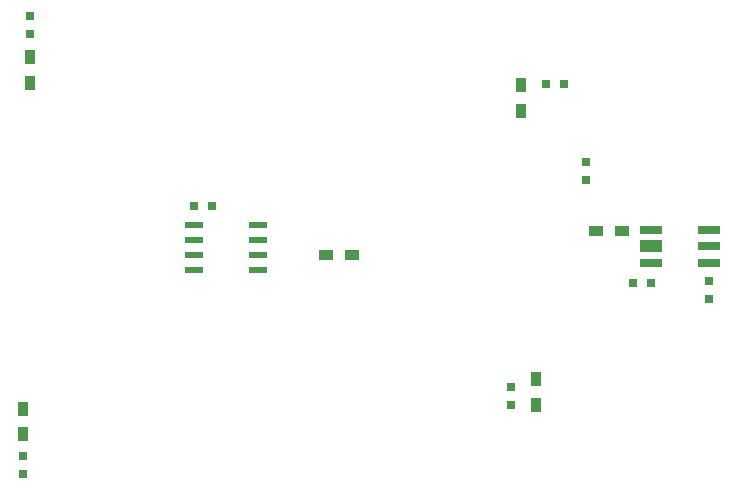
<source format=gbr>
G04 #@! TF.FileFunction,Paste,Bot*
%FSLAX46Y46*%
G04 Gerber Fmt 4.6, Leading zero omitted, Abs format (unit mm)*
G04 Created by KiCad (PCBNEW 4.0.4-stable) date 02/07/17 14:21:35*
%MOMM*%
%LPD*%
G01*
G04 APERTURE LIST*
%ADD10C,0.100000*%
%ADD11R,1.200000X0.900000*%
%ADD12R,0.750000X0.800000*%
%ADD13R,0.800000X0.750000*%
%ADD14R,0.900000X1.200000*%
%ADD15R,1.900000X0.700000*%
%ADD16R,1.900000X1.000000*%
%ADD17R,1.550000X0.600000*%
G04 APERTURE END LIST*
D10*
D11*
X124450000Y-84960000D03*
X122250000Y-84960000D03*
D12*
X144280000Y-77120000D03*
X144280000Y-78620000D03*
D13*
X111145000Y-80815000D03*
X112645000Y-80815000D03*
D12*
X96620000Y-102000000D03*
X96620000Y-103500000D03*
X97190000Y-66260000D03*
X97190000Y-64760000D03*
D14*
X96620000Y-100190000D03*
X96620000Y-97990000D03*
X97200000Y-68270000D03*
X97200000Y-70470000D03*
D15*
X149820000Y-85660000D03*
X149820000Y-82860000D03*
X154720000Y-82860000D03*
X154720000Y-85660000D03*
D16*
X149820000Y-84260000D03*
D15*
X154720000Y-84260000D03*
D17*
X116485000Y-82420000D03*
X116485000Y-83690000D03*
X116485000Y-84960000D03*
X116485000Y-86230000D03*
X111085000Y-86230000D03*
X111085000Y-84960000D03*
X111085000Y-83690000D03*
X111085000Y-82420000D03*
D12*
X137950000Y-97660000D03*
X137950000Y-96160000D03*
D13*
X140910000Y-70520000D03*
X142410000Y-70520000D03*
D14*
X140030000Y-97660000D03*
X140030000Y-95460000D03*
X138770000Y-70630000D03*
X138770000Y-72830000D03*
D13*
X149800000Y-87370000D03*
X148300000Y-87370000D03*
D12*
X154730000Y-87230000D03*
X154730000Y-88730000D03*
D11*
X147360000Y-82920000D03*
X145160000Y-82920000D03*
M02*

</source>
